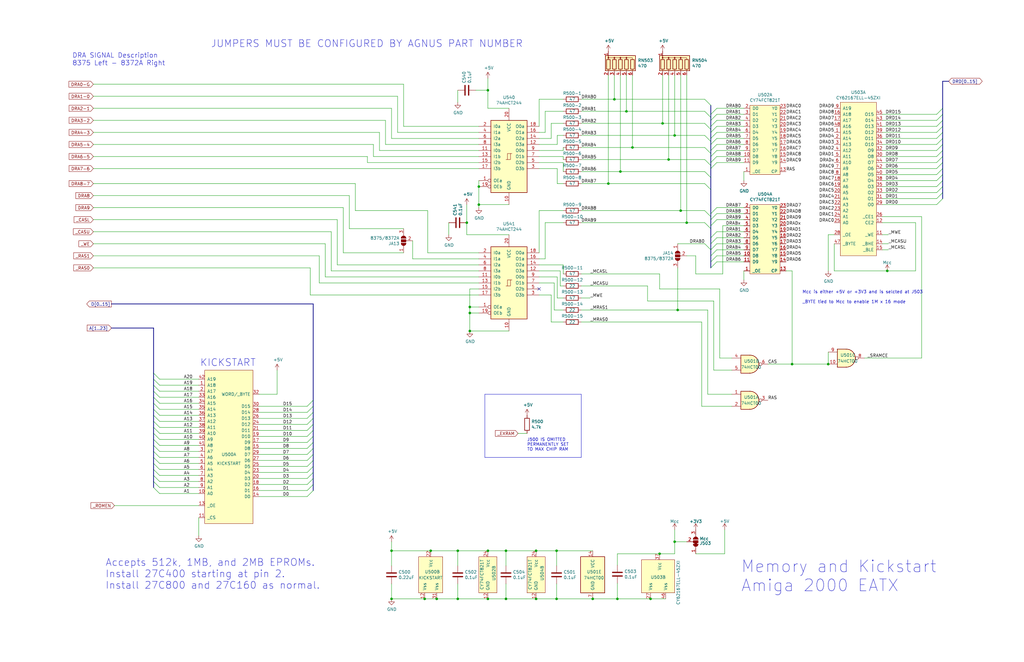
<source format=kicad_sch>
(kicad_sch (version 20231120) (generator "eeschema") (generator_version "8.0")
  (paper "B")
  (title_block (title "Amiga 2000 EATX") (date "2024-06-02") (rev "3.1"))
  (junction (at 234.696 232.41))
  (junction (at 249.936 252.73))
  (junction (at 198.12 139.7))
  (junction (at 284.48 57.15))
  (junction (at 281.94 67.31))
  (junction (at 279.4 52.07))
  (junction (at 259.08 41.91))
  (junction (at 179.07 252.73))
  (junction (at 374.142 114.3))
  (junction (at 226.06 232.41))
  (junction (at 205.74 38.1))
  (junction (at 289.56 93.98))
  (junction (at 193.04 252.73))
  (junction (at 184.15 252.73))
  (junction (at 181.61 232.41))
  (junction (at 226.06 252.73))
  (junction (at 256.54 77.47))
  (junction (at 205.74 252.73))
  (junction (at 196.85 93.98))
  (junction (at 165.1 252.73))
  (junction (at 264.16 46.99))
  (junction (at 274.32 252.73))
  (junction (at 349.25 153.67))
  (junction (at 261.62 72.39))
  (junction (at 198.12 129.54))
  (junction (at 213.36 232.41))
  (junction (at 234.696 252.73))
  (junction (at 287.02 88.9))
  (junction (at 205.74 232.41))
  (junction (at 334.01 153.67))
  (junction (at 165.1 232.41))
  (junction (at 284.48 228.6))
  (junction (at 193.04 232.41))
  (junction (at 278.13 233.68))
  (junction (at 266.7 62.23))
  (junction (at 198.12 132.08))
  (junction (at 285.75 130.81))
  (junction (at 201.93 78.74))
  (junction (at 260.35 252.73))
  (junction (at 201.93 86.36))
  (junction (at 213.36 252.73))
  (no_connect (at 227.33 121.92))
  (bus_entry (at 394.97 68.58) (size 2.54 -2.54))
  (bus_entry (at 67.31 182.88) (size -2.54 -2.54))
  (bus_entry (at 129.54 186.69) (size 2.54 -2.54))
  (bus_entry (at 67.31 190.5) (size -2.54 -2.54))
  (bus_entry (at 129.54 204.47) (size 2.54 -2.54))
  (bus_entry (at 394.97 63.5) (size 2.54 -2.54))
  (bus_entry (at 302.26 92.71) (size -2.54 2.54))
  (bus_entry (at 302.26 55.88) (size -2.54 2.54))
  (bus_entry (at 394.97 66.04) (size 2.54 -2.54))
  (bus_entry (at 67.31 175.26) (size -2.54 -2.54))
  (bus_entry (at 302.26 48.26) (size -2.54 2.54))
  (bus_entry (at 394.97 76.2) (size 2.54 -2.54))
  (bus_entry (at 302.26 107.95) (size -2.54 2.54))
  (bus_entry (at 302.26 100.33) (size -2.54 2.54))
  (bus_entry (at 129.54 199.39) (size 2.54 -2.54))
  (bus_entry (at 67.31 160.02) (size -2.54 -2.54))
  (bus_entry (at 297.18 72.39) (size 2.54 2.54))
  (bus_entry (at 129.54 196.85) (size 2.54 -2.54))
  (bus_entry (at 394.97 50.8) (size 2.54 -2.54))
  (bus_entry (at 394.97 83.82) (size 2.54 -2.54))
  (bus_entry (at 129.54 184.15) (size 2.54 -2.54))
  (bus_entry (at 297.18 46.99) (size 2.54 2.54))
  (bus_entry (at 67.31 180.34) (size -2.54 -2.54))
  (bus_entry (at 129.54 194.31) (size 2.54 -2.54))
  (bus_entry (at 297.18 62.23) (size 2.54 2.54))
  (bus_entry (at 302.26 50.8) (size -2.54 2.54))
  (bus_entry (at 67.31 177.8) (size -2.54 -2.54))
  (bus_entry (at 394.97 81.28) (size 2.54 -2.54))
  (bus_entry (at 297.18 57.15) (size 2.54 2.54))
  (bus_entry (at 67.31 193.04) (size -2.54 -2.54))
  (bus_entry (at 129.54 179.07) (size 2.54 -2.54))
  (bus_entry (at 394.97 71.12) (size 2.54 -2.54))
  (bus_entry (at 302.26 102.87) (size -2.54 2.54))
  (bus_entry (at 394.97 73.66) (size 2.54 -2.54))
  (bus_entry (at 67.31 205.74) (size -2.54 -2.54))
  (bus_entry (at 302.26 87.63) (size -2.54 2.54))
  (bus_entry (at 129.54 191.77) (size 2.54 -2.54))
  (bus_entry (at 67.31 203.2) (size -2.54 -2.54))
  (bus_entry (at 129.54 171.45) (size 2.54 -2.54))
  (bus_entry (at 302.26 90.17) (size -2.54 2.54))
  (bus_entry (at 297.18 88.9) (size 2.54 2.54))
  (bus_entry (at 297.18 52.07) (size 2.54 2.54))
  (bus_entry (at 302.26 45.72) (size -2.54 2.54))
  (bus_entry (at 129.54 189.23) (size 2.54 -2.54))
  (bus_entry (at 302.26 68.58) (size -2.54 2.54))
  (bus_entry (at 302.26 105.41) (size -2.54 2.54))
  (bus_entry (at 67.31 185.42) (size -2.54 -2.54))
  (bus_entry (at 394.97 48.26) (size 2.54 -2.54))
  (bus_entry (at 67.31 165.1) (size -2.54 -2.54))
  (bus_entry (at 129.54 176.53) (size 2.54 -2.54))
  (bus_entry (at 297.18 41.91) (size 2.54 2.54))
  (bus_entry (at 129.54 201.93) (size 2.54 -2.54))
  (bus_entry (at 67.31 200.66) (size -2.54 -2.54))
  (bus_entry (at 302.26 97.79) (size -2.54 2.54))
  (bus_entry (at 129.54 173.99) (size 2.54 -2.54))
  (bus_entry (at 394.97 55.88) (size 2.54 -2.54))
  (bus_entry (at 394.97 58.42) (size 2.54 -2.54))
  (bus_entry (at 67.31 167.64) (size -2.54 -2.54))
  (bus_entry (at 67.31 195.58) (size -2.54 -2.54))
  (bus_entry (at 67.31 170.18) (size -2.54 -2.54))
  (bus_entry (at 67.31 162.56) (size -2.54 -2.54))
  (bus_entry (at 302.26 58.42) (size -2.54 2.54))
  (bus_entry (at 67.31 208.28) (size -2.54 -2.54))
  (bus_entry (at 67.31 187.96) (size -2.54 -2.54))
  (bus_entry (at 297.18 93.98) (size 2.54 2.54))
  (bus_entry (at 67.31 198.12) (size -2.54 -2.54))
  (bus_entry (at 302.26 110.49) (size -2.54 2.54))
  (bus_entry (at 297.18 102.87) (size 2.54 2.54))
  (bus_entry (at 302.26 63.5) (size -2.54 2.54))
  (bus_entry (at 67.31 172.72) (size -2.54 -2.54))
  (bus_entry (at 129.54 209.55) (size 2.54 -2.54))
  (bus_entry (at 302.26 60.96) (size -2.54 2.54))
  (bus_entry (at 394.97 78.74) (size 2.54 -2.54))
  (bus_entry (at 394.97 60.96) (size 2.54 -2.54))
  (bus_entry (at 302.26 53.34) (size -2.54 2.54))
  (bus_entry (at 394.97 86.36) (size 2.54 -2.54))
  (bus_entry (at 129.54 207.01) (size 2.54 -2.54))
  (bus_entry (at 302.26 66.04) (size -2.54 2.54))
  (bus_entry (at 297.18 67.31) (size 2.54 2.54))
  (bus_entry (at 394.97 53.34) (size 2.54 -2.54))
  (bus_entry (at 129.54 181.61) (size 2.54 -2.54))
  (bus_entry (at 297.18 77.47) (size 2.54 2.54))
  (wire (pts (xy 313.69 90.17) (xy 302.26 90.17)))
  (bus (pts (xy 397.51 48.26) (xy 397.51 50.8)))
  (wire (pts (xy 237.49 67.31) (xy 237.49 66.04)))
  (wire (pts (xy 233.68 119.38) (xy 233.68 130.81)))
  (wire (pts (xy 144.78 106.68) (xy 144.78 87.63)))
  (wire (pts (xy 372.11 55.88) (xy 394.97 55.88)))
  (polyline (pts (xy 245.11 193.04) (xy 245.11 166.37)))
  (wire (pts (xy 279.4 52.07) (xy 297.18 52.07)))
  (wire (pts (xy 196.85 99.06) (xy 196.85 93.98)))
  (bus (pts (xy 397.51 73.66) (xy 397.51 76.2)))
  (wire (pts (xy 372.11 73.66) (xy 394.97 73.66)))
  (wire (pts (xy 313.69 72.39) (xy 313.69 76.2)))
  (wire (pts (xy 67.31 172.72) (xy 83.82 172.72)))
  (wire (pts (xy 256.54 77.47) (xy 297.18 77.47)))
  (wire (pts (xy 313.69 107.95) (xy 302.26 107.95)))
  (bus (pts (xy 132.08 199.39) (xy 132.08 201.93)))
  (wire (pts (xy 109.22 179.07) (xy 129.54 179.07)))
  (wire (pts (xy 198.12 132.08) (xy 201.93 132.08)))
  (wire (pts (xy 149.86 88.9) (xy 149.86 77.47)))
  (wire (pts (xy 67.31 187.96) (xy 83.82 187.96)))
  (wire (pts (xy 165.1 246.38) (xy 165.1 252.73)))
  (wire (pts (xy 372.11 60.96) (xy 394.97 60.96)))
  (wire (pts (xy 189.23 99.06) (xy 189.23 93.98)))
  (bus (pts (xy 299.72 48.26) (xy 299.72 49.53)))
  (wire (pts (xy 313.69 58.42) (xy 302.26 58.42)))
  (wire (pts (xy 198.12 121.92) (xy 198.12 129.54)))
  (wire (pts (xy 137.16 116.84) (xy 137.16 102.87)))
  (bus (pts (xy 64.77 138.43) (xy 46.99 138.43)))
  (wire (pts (xy 67.31 175.26) (xy 83.82 175.26)))
  (wire (pts (xy 83.82 177.8) (xy 67.31 177.8)))
  (wire (pts (xy 372.11 83.82) (xy 394.97 83.82)))
  (wire (pts (xy 245.11 120.65) (xy 273.05 120.65)))
  (wire (pts (xy 233.68 130.81) (xy 237.49 130.81)))
  (wire (pts (xy 109.22 204.47) (xy 129.54 204.47)))
  (wire (pts (xy 287.02 31.75) (xy 287.02 88.9)))
  (wire (pts (xy 245.11 135.89) (xy 295.91 135.89)))
  (wire (pts (xy 149.86 77.47) (xy 39.37 77.47)))
  (wire (pts (xy 249.936 252.73) (xy 260.35 252.73)))
  (wire (pts (xy 302.26 60.96) (xy 313.69 60.96)))
  (wire (pts (xy 349.25 99.06) (xy 349.25 114.3)))
  (polyline (pts (xy 204.47 166.37) (xy 204.47 193.04)))
  (wire (pts (xy 229.87 46.99) (xy 237.49 46.99)))
  (wire (pts (xy 213.36 232.41) (xy 205.74 232.41)))
  (wire (pts (xy 237.49 72.39) (xy 237.49 68.58)))
  (wire (pts (xy 305.562 223.52) (xy 305.562 233.68)))
  (wire (pts (xy 237.49 111.76) (xy 227.33 111.76)))
  (wire (pts (xy 67.31 185.42) (xy 83.82 185.42)))
  (wire (pts (xy 372.11 53.34) (xy 394.97 53.34)))
  (bus (pts (xy 299.72 110.49) (xy 299.72 113.03)))
  (wire (pts (xy 67.31 195.58) (xy 83.82 195.58)))
  (bus (pts (xy 299.72 102.87) (xy 299.72 105.41)))
  (bus (pts (xy 299.72 71.12) (xy 299.72 74.93)))
  (wire (pts (xy 245.11 46.99) (xy 264.16 46.99)))
  (wire (pts (xy 226.06 232.41) (xy 213.36 232.41)))
  (wire (pts (xy 201.93 119.38) (xy 134.62 119.38)))
  (wire (pts (xy 245.11 115.57) (xy 278.13 115.57)))
  (wire (pts (xy 245.11 41.91) (xy 259.08 41.91)))
  (wire (pts (xy 201.93 78.74) (xy 201.93 86.36)))
  (wire (pts (xy 157.48 66.04) (xy 157.48 60.96)))
  (bus (pts (xy 64.77 185.42) (xy 64.77 187.96)))
  (bus (pts (xy 299.72 63.5) (xy 299.72 64.77)))
  (wire (pts (xy 372.11 71.12) (xy 394.97 71.12)))
  (wire (pts (xy 284.48 228.6) (xy 284.48 233.68)))
  (wire (pts (xy 201.93 114.3) (xy 139.7 114.3)))
  (polyline (pts (xy 204.47 193.04) (xy 245.11 193.04)))
  (wire (pts (xy 130.81 113.03) (xy 39.37 113.03)))
  (wire (pts (xy 313.69 87.63) (xy 302.26 87.63)))
  (bus (pts (xy 299.72 69.85) (xy 299.72 71.12)))
  (wire (pts (xy 201.93 76.2) (xy 201.93 78.74)))
  (wire (pts (xy 162.56 60.96) (xy 201.93 60.96)))
  (bus (pts (xy 132.08 196.85) (xy 132.08 199.39)))
  (wire (pts (xy 331.47 114.3) (xy 334.01 114.3)))
  (bus (pts (xy 299.72 80.01) (xy 299.72 90.17)))
  (bus (pts (xy 64.77 157.48) (xy 64.77 160.02)))
  (wire (pts (xy 170.18 53.34) (xy 201.93 53.34)))
  (wire (pts (xy 295.91 135.89) (xy 295.91 171.45)))
  (wire (pts (xy 173.99 101.6) (xy 173.99 109.22)))
  (wire (pts (xy 261.62 72.39) (xy 297.18 72.39)))
  (wire (pts (xy 236.22 114.3) (xy 236.22 120.65)))
  (wire (pts (xy 67.31 205.74) (xy 83.82 205.74)))
  (wire (pts (xy 201.93 106.68) (xy 180.34 106.68)))
  (wire (pts (xy 273.05 127) (xy 273.05 120.65)))
  (wire (pts (xy 213.36 246.38) (xy 213.36 252.73)))
  (wire (pts (xy 234.696 232.41) (xy 249.936 232.41)))
  (wire (pts (xy 160.02 63.5) (xy 160.02 55.88)))
  (bus (pts (xy 299.72 66.04) (xy 299.72 68.58)))
  (wire (pts (xy 388.62 91.44) (xy 388.62 151.13)))
  (wire (pts (xy 289.56 107.95) (xy 293.37 107.95)))
  (wire (pts (xy 67.31 162.56) (xy 83.82 162.56)))
  (bus (pts (xy 132.08 128.27) (xy 46.99 128.27)))
  (wire (pts (xy 227.33 41.91) (xy 227.33 53.34)))
  (wire (pts (xy 372.11 48.26) (xy 394.97 48.26)))
  (wire (pts (xy 201.93 121.92) (xy 198.12 121.92)))
  (wire (pts (xy 313.69 53.34) (xy 302.26 53.34)))
  (wire (pts (xy 139.7 114.3) (xy 139.7 97.79)))
  (wire (pts (xy 149.86 88.9) (xy 180.34 88.9)))
  (bus (pts (xy 64.77 190.5) (xy 64.77 193.04)))
  (wire (pts (xy 160.02 55.88) (xy 39.37 55.88)))
  (wire (pts (xy 293.37 233.68) (xy 305.562 233.68)))
  (wire (pts (xy 259.08 31.75) (xy 259.08 41.91)))
  (wire (pts (xy 264.16 46.99) (xy 297.18 46.99)))
  (wire (pts (xy 227.33 71.12) (xy 234.95 71.12)))
  (bus (pts (xy 397.51 45.72) (xy 397.51 48.26)))
  (wire (pts (xy 284.48 57.15) (xy 297.18 57.15)))
  (wire (pts (xy 184.15 252.73) (xy 179.07 252.73)))
  (bus (pts (xy 397.51 68.58) (xy 397.51 71.12)))
  (wire (pts (xy 67.31 200.66) (xy 83.82 200.66)))
  (wire (pts (xy 205.74 45.72) (xy 214.63 45.72)))
  (wire (pts (xy 67.31 180.34) (xy 83.82 180.34)))
  (bus (pts (xy 132.08 168.91) (xy 132.08 171.45)))
  (wire (pts (xy 167.64 55.88) (xy 201.93 55.88)))
  (wire (pts (xy 313.69 92.71) (xy 302.26 92.71)))
  (wire (pts (xy 147.32 82.55) (xy 39.37 82.55)))
  (bus (pts (xy 132.08 171.45) (xy 132.08 173.99)))
  (wire (pts (xy 313.69 110.49) (xy 302.26 110.49)))
  (wire (pts (xy 134.62 107.95) (xy 39.37 107.95)))
  (wire (pts (xy 201.93 124.46) (xy 130.81 124.46)))
  (bus (pts (xy 299.72 92.71) (xy 299.72 95.25)))
  (bus (pts (xy 397.51 76.2) (xy 397.51 78.74)))
  (bus (pts (xy 64.77 160.02) (xy 64.77 162.56)))
  (bus (pts (xy 299.72 53.34) (xy 299.72 54.61)))
  (wire (pts (xy 237.49 41.91) (xy 227.33 41.91)))
  (wire (pts (xy 109.22 171.45) (xy 129.54 171.45)))
  (bus (pts (xy 132.08 184.15) (xy 132.08 186.69)))
  (wire (pts (xy 144.78 106.68) (xy 170.18 106.68)))
  (wire (pts (xy 147.32 96.52) (xy 170.18 96.52)))
  (wire (pts (xy 245.11 125.73) (xy 248.92 125.73)))
  (bus (pts (xy 132.08 176.53) (xy 132.08 179.07)))
  (wire (pts (xy 142.24 111.76) (xy 142.24 92.71)))
  (wire (pts (xy 300.99 127) (xy 273.05 127)))
  (wire (pts (xy 48.26 213.36) (xy 83.82 213.36)))
  (bus (pts (xy 397.51 50.8) (xy 397.51 53.34)))
  (bus (pts (xy 299.72 55.88) (xy 299.72 58.42)))
  (wire (pts (xy 129.54 207.01) (xy 109.22 207.01)))
  (wire (pts (xy 226.06 252.73) (xy 213.36 252.73)))
  (bus (pts (xy 64.77 162.56) (xy 64.77 165.1)))
  (polyline (pts (xy 245.11 166.37) (xy 204.47 166.37)))
  (wire (pts (xy 303.53 151.13) (xy 308.61 151.13)))
  (wire (pts (xy 372.11 86.36) (xy 394.97 86.36)))
  (wire (pts (xy 245.11 130.81) (xy 285.75 130.81)))
  (bus (pts (xy 64.77 200.66) (xy 64.77 203.2)))
  (wire (pts (xy 142.24 92.71) (xy 39.37 92.71)))
  (wire (pts (xy 227.33 124.46) (xy 232.41 124.46)))
  (wire (pts (xy 165.1 58.42) (xy 201.93 58.42)))
  (wire (pts (xy 386.08 114.3) (xy 386.08 93.98)))
  (wire (pts (xy 313.69 97.79) (xy 302.26 97.79)))
  (wire (pts (xy 372.11 78.74) (xy 394.97 78.74)))
  (wire (pts (xy 196.85 99.06) (xy 214.63 99.06)))
  (bus (pts (xy 132.08 173.99) (xy 132.08 176.53)))
  (wire (pts (xy 323.85 153.67) (xy 334.01 153.67)))
  (wire (pts (xy 165.1 58.42) (xy 165.1 45.72)))
  (wire (pts (xy 213.36 238.76) (xy 213.36 232.41)))
  (wire (pts (xy 227.33 63.5) (xy 237.49 63.5)))
  (bus (pts (xy 64.77 138.43) (xy 64.77 157.48)))
  (bus (pts (xy 397.51 63.5) (xy 397.51 66.04)))
  (wire (pts (xy 303.53 121.92) (xy 278.13 121.92)))
  (wire (pts (xy 67.31 160.02) (xy 83.82 160.02)))
  (wire (pts (xy 260.35 246.126) (xy 260.35 252.73)))
  (wire (pts (xy 281.94 67.31) (xy 297.18 67.31)))
  (wire (pts (xy 67.31 167.64) (xy 83.82 167.64)))
  (wire (pts (xy 313.69 105.41) (xy 302.26 105.41)))
  (wire (pts (xy 83.82 198.12) (xy 67.31 198.12)))
  (bus (pts (xy 397.51 34.29) (xy 400.05 34.29)))
  (wire (pts (xy 227.33 119.38) (xy 233.68 119.38)))
  (wire (pts (xy 334.01 153.67) (xy 349.25 153.67)))
  (bus (pts (xy 397.51 53.34) (xy 397.51 55.88)))
  (wire (pts (xy 109.22 201.93) (xy 129.54 201.93)))
  (wire (pts (xy 205.74 45.72) (xy 205.74 38.1)))
  (wire (pts (xy 109.22 173.99) (xy 129.54 173.99)))
  (wire (pts (xy 83.82 218.44) (xy 83.82 226.06)))
  (wire (pts (xy 298.45 130.81) (xy 298.45 166.37)))
  (wire (pts (xy 201.93 86.36) (xy 201.93 87.63)))
  (bus (pts (xy 64.77 187.96) (xy 64.77 190.5)))
  (wire (pts (xy 109.22 209.55) (xy 129.54 209.55)))
  (wire (pts (xy 237.49 52.07) (xy 232.41 52.07)))
  (wire (pts (xy 200.66 38.1) (xy 205.74 38.1)))
  (bus (pts (xy 132.08 189.23) (xy 132.08 191.77)))
  (bus (pts (xy 299.72 58.42) (xy 299.72 59.69)))
  (wire (pts (xy 193.04 38.1) (xy 193.04 43.18)))
  (wire (pts (xy 298.45 166.37) (xy 308.61 166.37)))
  (wire (pts (xy 232.41 124.46) (xy 232.41 135.89)))
  (bus (pts (xy 132.08 191.77) (xy 132.08 194.31)))
  (bus (pts (xy 64.77 203.2) (xy 64.77 205.74)))
  (wire (pts (xy 116.84 166.37) (xy 116.84 156.21)))
  (wire (pts (xy 130.81 113.03) (xy 130.81 124.46)))
  (wire (pts (xy 303.53 121.92) (xy 303.53 151.13)))
  (wire (pts (xy 205.74 232.41) (xy 193.04 232.41)))
  (wire (pts (xy 234.95 57.15) (xy 234.95 60.96)))
  (wire (pts (xy 278.13 233.68) (xy 284.48 233.68)))
  (wire (pts (xy 259.08 41.91) (xy 297.18 41.91)))
  (wire (pts (xy 109.22 184.15) (xy 129.54 184.15)))
  (wire (pts (xy 351.79 102.87) (xy 351.79 114.3)))
  (wire (pts (xy 284.48 228.6) (xy 289.56 228.6)))
  (wire (pts (xy 237.49 63.5) (xy 237.49 62.23)))
  (wire (pts (xy 234.696 246.38) (xy 234.696 252.73)))
  (bus (pts (xy 299.72 100.33) (xy 299.72 102.87)))
  (wire (pts (xy 285.75 102.87) (xy 297.18 102.87)))
  (wire (pts (xy 109.22 166.37) (xy 116.84 166.37)))
  (bus (pts (xy 64.77 177.8) (xy 64.77 180.34)))
  (wire (pts (xy 201.93 129.54) (xy 198.12 129.54)))
  (bus (pts (xy 299.72 96.52) (xy 299.72 100.33)))
  (bus (pts (xy 64.77 193.04) (xy 64.77 195.58)))
  (wire (pts (xy 193.04 232.41) (xy 181.61 232.41)))
  (wire (pts (xy 279.4 31.75) (xy 279.4 52.07)))
  (wire (pts (xy 289.56 93.98) (xy 297.18 93.98)))
  (wire (pts (xy 213.36 252.73) (xy 205.74 252.73)))
  (wire (pts (xy 165.1 238.76) (xy 165.1 232.41)))
  (wire (pts (xy 181.61 232.41) (xy 165.1 232.41)))
  (wire (pts (xy 198.12 129.54) (xy 198.12 132.08)))
  (wire (pts (xy 227.33 114.3) (xy 236.22 114.3)))
  (wire (pts (xy 386.08 93.98) (xy 372.11 93.98)))
  (wire (pts (xy 260.35 233.68) (xy 260.35 238.506)))
  (wire (pts (xy 334.01 114.3) (xy 334.01 153.67)))
  (wire (pts (xy 372.11 58.42) (xy 394.97 58.42)))
  (wire (pts (xy 281.94 31.75) (xy 281.94 67.31)))
  (wire (pts (xy 193.04 238.76) (xy 193.04 232.41)))
  (wire (pts (xy 245.11 77.47) (xy 256.54 77.47)))
  (wire (pts (xy 245.11 93.98) (xy 289.56 93.98)))
  (wire (pts (xy 167.64 55.88) (xy 167.64 40.64)))
  (wire (pts (xy 227.33 109.22) (xy 229.87 109.22)))
  (wire (pts (xy 226.06 252.73) (xy 234.696 252.73)))
  (wire (pts (xy 154.94 66.04) (xy 39.37 66.04)))
  (bus (pts (xy 299.72 49.53) (xy 299.72 50.8)))
  (wire (pts (xy 162.56 60.96) (xy 162.56 50.8)))
  (wire (pts (xy 313.69 102.87) (xy 302.26 102.87)))
  (wire (pts (xy 137.16 102.87) (xy 39.37 102.87)))
  (wire (pts (xy 313.69 66.04) (xy 302.26 66.04)))
  (wire (pts (xy 227.33 116.84) (xy 234.95 116.84)))
  (wire (pts (xy 372.11 102.87) (xy 374.65 102.87)))
  (wire (pts (xy 198.12 132.08) (xy 198.12 139.7)))
  (wire (pts (xy 170.18 35.56) (xy 39.37 35.56)))
  (wire (pts (xy 234.95 71.12) (xy 234.95 77.47)))
  (bus (pts (xy 397.51 34.29) (xy 397.51 45.72)))
  (bus (pts (xy 397.51 58.42) (xy 397.51 60.96)))
  (bus (pts (xy 64.77 167.64) (xy 64.77 170.18)))
  (wire (pts (xy 162.56 50.8) (xy 39.37 50.8)))
  (wire (pts (xy 129.54 189.23) (xy 109.22 189.23)))
  (bus (pts (xy 132.08 186.69) (xy 132.08 189.23)))
  (bus (pts (xy 64.77 165.1) (xy 64.77 167.64)))
  (bus (pts (xy 397.51 78.74) (xy 397.51 81.28)))
  (wire (pts (xy 304.8 115.57) (xy 304.8 95.25)))
  (wire (pts (xy 351.79 99.06) (xy 349.25 99.06)))
  (wire (pts (xy 237.49 66.04) (xy 227.33 66.04)))
  (wire (pts (xy 293.37 115.57) (xy 304.8 115.57)))
  (bus (pts (xy 299.72 54.61) (xy 299.72 55.88)))
  (bus (pts (xy 299.72 68.58) (xy 299.72 69.85)))
  (wire (pts (xy 260.35 252.73) (xy 274.32 252.73)))
  (bus (pts (xy 64.77 170.18) (xy 64.77 172.72)))
  (wire (pts (xy 154.94 68.58) (xy 154.94 66.04)))
  (wire (pts (xy 372.11 99.06) (xy 374.65 99.06)))
  (wire (pts (xy 167.64 40.64) (xy 39.37 40.64)))
  (bus (pts (xy 299.72 91.44) (xy 299.72 92.71)))
  (wire (pts (xy 109.22 176.53) (xy 129.54 176.53)))
  (wire (pts (xy 232.41 58.42) (xy 227.33 58.42)))
  (bus (pts (xy 132.08 179.07) (xy 132.08 181.61)))
  (wire (pts (xy 201.93 116.84) (xy 137.16 116.84)))
  (wire (pts (xy 313.69 48.26) (xy 302.26 48.26)))
  (wire (pts (xy 372.11 66.04) (xy 394.97 66.04)))
  (wire (pts (xy 180.34 106.68) (xy 180.34 88.9)))
  (wire (pts (xy 236.22 120.65) (xy 237.49 120.65)))
  (wire (pts (xy 237.49 68.58) (xy 227.33 68.58)))
  (wire (pts (xy 364.49 151.13) (xy 388.62 151.13)))
  (wire (pts (xy 295.91 171.45) (xy 308.61 171.45)))
  (bus (pts (xy 132.08 194.31) (xy 132.08 196.85)))
  (bus (pts (xy 299.72 60.96) (xy 299.72 63.5)))
  (wire (pts (xy 232.41 52.07) (xy 232.41 58.42)))
  (wire (pts (xy 351.79 114.3) (xy 374.142 114.3)))
  (wire (pts (xy 278.13 121.92) (xy 278.13 115.57)))
  (bus (pts (xy 132.08 204.47) (xy 132.08 207.01)))
  (wire (pts (xy 139.7 97.79) (xy 39.37 97.79)))
  (wire (pts (xy 234.95 116.84) (xy 234.95 125.73)))
  (bus (pts (xy 132.08 128.27) (xy 132.08 168.91)))
  (wire (pts (xy 372.11 68.58) (xy 394.97 68.58)))
  (wire (pts (xy 372.11 50.8) (xy 394.97 50.8)))
  (wire (pts (xy 234.95 77.47) (xy 237.49 77.47)))
  (wire (pts (xy 302.26 55.88) (xy 313.69 55.88)))
  (bus (pts (xy 299.72 95.25) (xy 299.72 96.52)))
  (wire (pts (xy 67.31 165.1) (xy 83.82 165.1)))
  (wire (pts (xy 245.11 52.07) (xy 279.4 52.07)))
  (wire (pts (xy 266.7 31.75) (xy 266.7 62.23)))
  (bus (pts (xy 64.77 195.58) (xy 64.77 198.12)))
  (wire (pts (xy 237.49 57.15) (xy 234.95 57.15)))
  (bus (pts (xy 397.51 60.96) (xy 397.51 63.5)))
  (wire (pts (xy 245.11 57.15) (xy 284.48 57.15)))
  (wire (pts (xy 234.95 125.73) (xy 237.49 125.73)))
  (wire (pts (xy 227.33 88.9) (xy 227.33 106.68)))
  (bus (pts (xy 64.77 172.72) (xy 64.77 175.26)))
  (wire (pts (xy 372.11 105.41) (xy 374.65 105.41)))
  (wire (pts (xy 193.04 252.73) (xy 184.15 252.73)))
  (wire (pts (xy 67.31 190.5) (xy 83.82 190.5)))
  (wire (pts (xy 302.26 68.58) (xy 313.69 68.58)))
  (wire (pts (xy 134.62 119.38) (xy 134.62 107.95)))
  (wire (pts (xy 109.22 194.31) (xy 129.54 194.31)))
  (wire (pts (xy 229.87 93.98) (xy 237.49 93.98)))
  (wire (pts (xy 245.11 88.9) (xy 287.02 88.9)))
  (wire (pts (xy 256.54 31.75) (xy 256.54 77.47)))
  (wire (pts (xy 39.37 71.12) (xy 201.93 71.12)))
  (bus (pts (xy 397.51 81.28) (xy 397.51 83.82)))
  (wire (pts (xy 179.07 252.73) (xy 165.1 252.73)))
  (wire (pts (xy 261.62 31.75) (xy 261.62 72.39)))
  (bus (pts (xy 132.08 181.61) (xy 132.08 184.15)))
  (wire (pts (xy 227.33 55.88) (xy 229.87 55.88)))
  (wire (pts (xy 193.04 246.38) (xy 193.04 252.73)))
  (wire (pts (xy 154.94 68.58) (xy 201.93 68.58)))
  (bus (pts (xy 64.77 180.34) (xy 64.77 182.88)))
  (wire (pts (xy 266.7 62.23) (xy 297.18 62.23)))
  (wire (pts (xy 160.02 63.5) (xy 201.93 63.5)))
  (wire (pts (xy 67.31 170.18) (xy 83.82 170.18)))
  (bus (pts (xy 397.51 55.88) (xy 397.51 58.42)))
  (bus (pts (xy 64.77 175.26) (xy 64.77 177.8)))
  (bus (pts (xy 299.72 90.17) (xy 299.72 91.44)))
  (wire (pts (xy 234.696 232.41) (xy 234.696 238.76)))
  (wire (pts (xy 372.11 81.28) (xy 394.97 81.28)))
  (wire (pts (xy 205.74 252.73) (xy 193.04 252.73)))
  (wire (pts (xy 313.69 95.25) (xy 304.8 95.25)))
  (wire (pts (xy 285.75 130.81) (xy 298.45 130.81)))
  (wire (pts (xy 157.48 66.04) (xy 201.93 66.04)))
  (wire (pts (xy 245.11 62.23) (xy 266.7 62.23)))
  (bus (pts (xy 299.72 105.41) (xy 299.72 107.95)))
  (wire (pts (xy 201.93 111.76) (xy 142.24 111.76)))
  (wire (pts (xy 201.93 109.22) (xy 173.99 109.22)))
  (wire (pts (xy 232.41 135.89) (xy 237.49 135.89)))
  (wire (pts (xy 300.99 156.21) (xy 308.61 156.21)))
  (bus (pts (xy 299.72 50.8) (xy 299.72 53.34)))
  (wire (pts (xy 302.26 63.5) (xy 313.69 63.5)))
  (wire (pts (xy 109.22 186.69) (xy 129.54 186.69)))
  (wire (pts (xy 237.49 115.57) (xy 237.49 111.76)))
  (bus (pts (xy 299.72 107.95) (xy 299.72 110.49)))
  (wire (pts (xy 83.82 182.88) (xy 67.31 182.88)))
  (bus (pts (xy 64.77 198.12) (xy 64.77 200.66)))
  (wire (pts (xy 196.85 93.98) (xy 196.85 86.36)))
  (wire (pts (xy 67.31 208.28) (xy 83.82 208.28)))
  (bus (pts (xy 299.72 74.93) (xy 299.72 80.01)))
  (wire (pts (xy 147.32 96.52) (xy 147.32 82.55)))
  (wire (pts (xy 214.63 86.36) (xy 201.93 86.36)))
  (wire (pts (xy 234.95 60.96) (xy 227.33 60.96)))
  (wire (pts (xy 170.18 53.34) (xy 170.18 35.56)))
  (wire (pts (xy 83.82 193.04) (xy 67.31 193.04)))
  (bus (pts (xy 397.51 66.04) (xy 397.51 68.58)))
  (wire (pts (xy 129.54 191.77) (xy 109.22 191.77)))
  (wire (pts (xy 274.32 252.73) (xy 280.67 252.73)))
  (wire (pts (xy 245.11 72.39) (xy 261.62 72.39)))
  (wire (pts (xy 129.54 196.85) (xy 109.22 196.85)))
  (wire (pts (xy 165.1 228.6) (xy 165.1 232.41)))
  (wire (pts (xy 157.48 60.96) (xy 39.37 60.96)))
  (wire (pts (xy 144.78 87.63) (xy 39.37 87.63)))
  (wire (pts (xy 205.74 38.1) (xy 205.74 33.02)))
  (bus (pts (xy 299.72 59.69) (xy 299.72 60.96)))
  (wire (pts (xy 83.82 203.2) (xy 67.31 203.2)))
  (wire (pts (xy 229.87 109.22) (xy 229.87 93.98)))
  (wire (pts (xy 287.02 88.9) (xy 297.18 88.9)))
  (wire (pts (xy 372.11 63.5) (xy 394.97 63.5)))
  (wire (pts (xy 229.87 55.88) (xy 229.87 46.99)))
  (wire (pts (xy 109.22 199.39) (xy 129.54 199.39)))
  (bus (pts (xy 397.51 71.12) (xy 397.51 73.66)))
  (wire (pts (xy 313.69 100.33) (xy 302.26 100.33)))
  (wire (pts (xy 302.26 50.8) (xy 313.69 50.8)))
  (wire (pts (xy 226.06 232.41) (xy 234.696 232.41)))
  (wire (pts (xy 278.13 233.68) (xy 260.35 233.68)))
  (bus (pts (xy 299.72 44.45) (xy 299.72 48.26)))
  (wire (pts (xy 289.56 31.75) (xy 289.56 93.98)))
  (bus (pts (xy 132.08 201.93) (xy 132.08 204.47)))
  (wire (pts (xy 300.99 127) (xy 300.99 156.21)))
  (wire (pts (xy 284.48 223.52) (xy 284.48 228.6)))
  (wire (pts (xy 313.69 114.3) (xy 313.69 118.11)))
  (wire (pts (xy 264.16 31.75) (xy 264.16 46.99)))
  (wire (pts (xy 245.11 67.31) (xy 281.94 67.31)))
  (wire (pts (xy 165.1 45.72) (xy 39.37 45.72)))
  (wire (pts (xy 234.696 252.73) (xy 249.936 252.73)))
  (wire (pts (xy 109.22 181.61) (xy 129.54 181.61)))
  (wire (pts (xy 198.12 139.7) (xy 214.63 139.7)))
  (wire (pts (xy 313.69 45.72) (xy 302.26 45.72)))
  (wire (pts (xy 284.48 31.75) (xy 284.48 57.15)))
  (wire (pts (xy 388.62 91.44) (xy 372.11 91.44)))
  (wire (pts (xy 372.11 76.2) (xy 394.97 76.2)))
  (wire (pts (xy 237.49 88.9) (xy 227.33 88.9)))
  (bus (pts (xy 299.72 64.77) (xy 299.72 66.04)))
  (wire (pts (xy 374.142 114.3) (xy 386.08 114.3)))
  (wire (pts (xy 222.25 182.88) (xy 218.44 182.88)))
  (wire (pts (xy 285.75 113.03) (xy 285.75 130.81)))
  (wire (pts (xy 293.37 107.95) (xy 293.37 115.57)))
  (wire (pts (xy 349.25 148.59) (xy 349.25 153.67)))
  (bus (pts (xy 64.77 182.88) (xy 64.77 185.42)))
  (text "JUMPERS MUST BE CONFIGURED BY AGNUS PART NUMBER" (at 88.9 20.32 0) (effects (font (size 2.9972 2.9972)) (justify left bottom)))
  (text "Mcc is either +5V or +3V3 and is selcted at J503\n\n_BYTE tied to Mcc to enable 1M x 16 mode" (at 338.328 128.27 0) (effects (font (size 1.2954 1.2954)) (justify left bottom)))
  (text "Memory and Kickstart\nAmiga 2000 EATX" (at 312.42 250.19 0) (effects (font (size 5.0038 5.0038)) (justify left bottom)))
  (text "J500 IS OMITTED\nPERMANENTLY SET \nTO MAX CHIP RAM" (at 222.25 190.5 0) (effects (font (size 1.27 1.27)) (justify left bottom)))
  (text "Accepts 512k, 1MB, and 2MB EPROMs.\nInstall 27C400 starting at pin 2.\nInstall 27C800 and 27C160 as normal." (at 44.45 248.92 0) (effects (font (size 2.9972 2.9972)) (justify left bottom)))
  (text "KICKSTART" (at 107.95 154.94 0) (effects (font (size 2.9972 2.9972)) (justify right bottom)))
  (text "DRA SIGNAL Description\n8375 Left - 8372A Right" (at 30.48 27.94 0) (effects (font (size 2.0066 2.0066)) (justify left bottom)))
  (label "DRAB0" (at 306.07 45.72 0) (effects (font (size 1.2954 1.2954))))
  (label "DRABx" (at 306.07 95.25 0) (effects (font (size 1.2954 1.2954))))
  (label "DRAD5" (at 351.79 55.88 180) (effects (font (size 1.2954 1.2954))))
  (label "DRD15" (at 373.38 48.26 0) (effects (font (size 1.2954 1.2954))))
  (label "A14" (at 77.47 175.26 0) (effects (font (size 1.2954 1.2954))))
  (label "DRAB8" (at 306.07 66.04 0) (effects (font (size 1.2954 1.2954))))
  (label "DRAB5" (at 306.07 58.42 0) (effects (font (size 1.2954 1.2954))))
  (label "_MCASL" (at 374.65 105.41 0) (effects (font (size 1.2954 1.2954))))
  (label "DRAC0" (at 331.47 45.72 0) (effects (font (size 1.2954 1.2954))))
  (label "DRAB8" (at 306.07 90.17 0) (effects (font (size 1.2954 1.2954))))
  (label "DRAC3" (at 331.47 53.34 0) (effects (font (size 1.2954 1.2954))))
  (label "_MCASU" (at 248.92 120.65 0) (effects (font (size 1.2954 1.2954))))
  (label "DRAD7" (at 331.47 87.63 0) (effects (font (size 1.2954 1.2954))))
  (label "DRAC6" (at 351.79 78.74 180) (effects (font (size 1.2954 1.2954))))
  (label "_MCASU" (at 374.65 102.87 0) (effects (font (size 1.2954 1.2954))))
  (label "A7" (at 77.47 193.04 0) (effects (font (size 1.2954 1.2954))))
  (label "DRAB3" (at 245.11 57.15 0) (effects (font (size 1.2954 1.2954))))
  (label "DRAC8" (at 331.47 66.04 0) (effects (font (size 1.2954 1.2954))))
  (label "DRD2" (at 373.38 81.28 0) (effects (font (size 1.2954 1.2954))))
  (label "A3" (at 77.47 203.2 0) (effects (font (size 1.2954 1.2954))))
  (label "DRAC9" (at 331.47 68.58 0) (effects (font (size 1.2954 1.2954))))
  (label "A5" (at 77.47 198.12 0) (effects (font (size 1.2954 1.2954))))
  (label "DRAB7" (at 306.07 87.63 0) (effects (font (size 1.2954 1.2954))))
  (label "D8" (at 121.92 189.23 180))
  (label "DRAB2" (at 306.07 100.33 0) (effects (font (size 1.2954 1.2954))))
  (label "DRD8" (at 373.38 66.04 0) (effects (font (size 1.2954 1.2954))))
  (label "DRD3" (at 373.38 78.74 0) (effects (font (size 1.2954 1.2954))))
  (label "DRAC7" (at 331.47 63.5 0) (effects (font (size 1.2954 1.2954))))
  (label "DRAB9" (at 306.07 92.71 0) (effects (font (size 1.2954 1.2954))))
  (label "D4" (at 121.92 199.39 180))
  (label "DRAD3" (at 351.79 60.96 180) (effects (font (size 1.2954 1.2954))))
  (label "DRAC1" (at 331.47 48.26 0) (effects (font (size 1.2954 1.2954))))
  (label "D2" (at 121.92 204.47 180))
  (label "DRAC5" (at 331.47 58.42 0) (effects (font (size 1.2954 1.2954))))
  (label "DRAC2" (at 351.79 88.9 180) (effects (font (size 1.2954 1.2954))))
  (label "DRAB2" (at 306.07 50.8 0) (effects (font (size 1.2954 1.2954))))
  (label "D10" (at 123.19 184.15 180))
  (label "DRD5" (at 373.38 73.66 0) (effects (font (size 1.2954 1.2954))))
  (label "D13" (at 123.19 176.53 180))
  (label "DRAB9" (at 245.11 93.98 0) (effects (font (size 1.2954 1.2954))))
  (label "D9" (at 121.92 186.69 180))
  (label "DRAB7" (at 245.11 77.47 0) (effects (font (size 1.2954 1.2954))))
  (label "A2" (at 77.47 205.74 0) (effects (font (size 1.2954 1.2954))))
  (label "DRD10" (at 373.38 60.96 0) (effects (font (size 1.2954 1.2954))))
  (label "_MRAS1" (at 248.92 130.81 0) (effects (font (size 1.2954 1.2954))))
  (label "A19" (at 77.47 162.56 0) (effects (font (size 1.2954 1.2954))))
  (label "DRD11" (at 373.38 58.42 0) (effects (font (size 1.2954 1.2954))))
  (label "_MWE" (at 248.92 125.73 0) (effects (font (size 1.2954 1.2954))))
  (label "DRAB1" (at 306.07 97.79 0) (effects (font (size 1.2954 1.2954))))
  (label "DRAC8" (at 351.79 73.66 180) (effects (font (size 1.2954 1.2954))))
  (label "DRD7" (at 373.38 68.58 0) (effects (font (size 1.2954 1.2954))))
  (label "DRD4" (at 373.38 76.2 0) (effects (font (size 1.2954 1.2954))))
  (label "DRADx" (at 331.47 95.25 0) (effects (font (size 1.2954 1.2954))))
  (label "DRAB3" (at 306.07 102.87 0) (effects (font (size 1.2954 1.2954))))
  (label "D7" (at 121.92 191.77 180))
  (label "_MRAS0" (at 248.92 135.89 0) (effects (font (size 1.2954 1.2954))))
  (label "DRAD2" (at 331.47 100.33 0) (effects (font (size 1.2954 1.2954))))
  (label "A17" (at 77.47 167.64 0) (effects (font (size 1.2954 1.2954))))
  (label "D12" (at 123.19 179.07 180))
  (label "DRAD7" (at 351.79 50.8 180) (effects (font (size 1.2954 1.2954))))
  (label "DRD0" (at 373.38 86.36 0) (effects (font (size 1.2954 1.2954))))
  (label "DRAB4" (at 245.11 62.23 0) (effects (font (size 1.2954 1.2954))))
  (label "DRAC3" (at 351.79 86.36 180) (effects (font (size 1.2954 1.2954))))
  (label "DRAD3" (at 331.47 102.87 0) (effects (font (size 1.2954 1.2954))))
  (label "DRAD6" (at 351.79 53.34 180) (effects (font (size 1.2954 1.2954))))
  (label "DRD13" (at 373.38 53.34 0) (effects (font (size 1.2954 1.2954))))
  (label "DRD12" (at 373.38 55.88 0) (effects (font (size 1.2954 1.2954))))
  (label "DRAB4" (at 306.07 105.41 0) (effects (font (size 1.2954 1.2954))))
  (label "_MWE" (at 374.65 99.06 0) (effects (font (size 1.2954 1.2954))))
  (label "D6" (at 121.92 194.31 180))
  (label "RAS" (at 331.47 72.39 0) (effects (font (size 1.2954 1.2954))))
  (label "DRAB6" (at 306.07 60.96 0) (effects (font (size 1.2954 1.2954))))
  (label "DRAD9" (at 331.47 92.71 0) (effects (font (size 1.2954 1.2954))))
  (label "A12" (at 77.47 180.34 0) (effects (font (size 1.2954 1.2954))))
  (label "DRAD9" (at 351.79 45.72 180) (effects (font (size 1.2954 1.2954))))
  (label "DRAB6" (at 306.07 110.49 0) (effects (font (size 1.2954 1.2954))))
  (label "DRAD8" (at 351.79 48.26 180) (effects (font (size 1.2954 1.2954))))
  (label "RAS" (at 323.85 168.91 0) (effects (font (size 1.2954 1.2954))))
  (label "_SRAMCE" (at 365.76 151.13 0) (effects (font (size 1.2954 1.2954))))
  (label "_MCASL" (at 248.92 115.57 0) (effects (font (size 1.2954 1.2954))))
  (label "DRAD1" (at 331.47 97.79 0) (effects (font (size 1.2954 1.2954))))
  (label "DRD14" (at 373.38 50.8 0) (effects (font (size 1.2954 1.2954))))
  (label "A15" (at 77.47 172.72 0) (effects (font (size 1.2954 1.2954))))
  (label "DRAB6" (at 245.11 72.39 0) (effects (font (size 1.2954 1.2954))))
  (label "DRAD5" (at 331.47 107.95 0) (effects (font (size 1.2954 1.2954))))
  (label "DRAD8" (at 331.47 90.17 0) (effects (font (size 1.2954 1.2954))))
  (label "DRAC0" (at 351.79 93.98 180) (effects (font (size 1.2954 1.2954))))
  (label "DRADx" (at 351.79 68.58 180) (effects (font (size 1.2954 1.2954))))
  (label "DRAB1" (at 306.07 48.26 0) (effects (font (size 1.2954 1.2954))))
  (label "D1" (at 121.92 207.01 180))
  (label "DRAB8" (at 245.11 88.9 0) (effects (font (size 1.2954 1.2954))))
  (label "D0" (at 121.92 209.55 180))
  (label "A13" (at 77.47 177.8 0) (effects (font (size 1.2954 1.2954))))
  (label "DRD9" (at 373.38 63.5 0) (effects (font (size 1.2954 1.2954))))
  (label "D11" (at 123.19 181.61 180))
  (label "A1" (at 77.47 208.28 0) (effects (font (size 1.2954 1.2954))))
  (label "A18" (at 77.47 165.1 0) (effects (font (size 1.2954 1.2954))))
  (label "D5" (at 121.92 196.85 180))
  (label "DRAB2" (at 245.11 52.07 0) (effects (font (size 1.2954 1.2954))))
  (label "DRAB3" (at 306.07 53.34 0) (effects (font (size 1.2954 1.2954))))
  (label "D3" (at 121.92 201.93 180))
  (label "DRAB1" (at 245.11 46.99 0) (effects (font (size 1.2954 1.2954))))
  (label "DRAB5" (at 245.11 67.31 0) (effects (font (size 1.2954 1.2954))))
  (label "A6" (at 77.47 195.58 0) (effects (font (size 1.2954 1.2954))))
  (label "D14" (at 123.19 173.99 180))
  (label "DRD6" (at 373.38 71.12 0) (effects (font (size 1.2954 1.2954))))
  (label "DRAD4" (at 331.47 105.41 0) (effects (font (size 1.2954 1.2954))))
  (label "DRAB4" (at 306.07 55.88 0) (effects (font (size 1.2954 1.2954))))
  (label "DRAD2" (at 351.79 63.5 180) (effects (font (size 1.2954 1.2954))))
  (label "DRAC1" (at 351.79 91.44 180) (effects (font (size 1.2954 1.2954))))
  (label "DRAC2" (at 331.47 50.8 0) (effects (font (size 1.2954 1.2954))))
  (label "DRAD6" (at 331.47 110.49 0) (effects (font (size 1.2954 1.2954))))
  (label "DRAC9" (at 351.79 71.12 180) (effects (font (size 1.2954 1.2954))))
  (label "DRAB9" (at 306.07 68.58 0) (effects (font (size 1.2954 1.2954))))
  (label "A8" (at 77.47 190.5 0) (effects (font (size 1.2954 1.2954))))
  (label "A16" (at 77.47 170.18 0) (effects (font (size 1.2954 1.2954))))
  (label "DRAC4" (at 351.79 83.82 180) (effects (font (size 1.2954 1.2954))))
  (label "CAS" (at 323.85 153.67 0) (effects (font (size 1.2954 1.2954))))
  (label "DRAC7" (at 351.79 76.2 180) (effects (font (size 1.2954 1.2954))))
  (label "A20" (at 77.47 160.02 0) (effects (font (size 1.2954 1.2954))))
  (label "DRD1" (at 373.38 83.82 0) (effects (font (size 1.2954 1.2954))))
  (label "DRAC6" (at 331.47 60.96 0) (effects (font (size 1.2954 1.2954))))
  (label "DRAB7" (at 306.07 63.5 0) (effects (font (size 1.2954 1.2954))))
  (label "A11" (at 77.47 182.88 0) (effects (font (size 1.2954 1.2954))))
  (label "DRAD4" (at 351.79 58.42 180) (effects (font (size 1.2954 1.2954))))
  (label "DRAC5" (at 351.79 81.28 180) (effects (font (size 1.2954 1.2954))))
  (label "DRAB0" (at 245.11 41.91 0) (effects (font (size 1.2954 1.2954))))
  (label "DRAB0" (at 297.18 102.87 180) (effects (font (size 1.2954 1.2954))))
  (label "DRAB5" (at 306.07 107.95 0) (effects (font (size 1.2954 1.2954))))
  (label "A10" (at 77.47 185.42 0) (effects (font (size 1.2954 1.2954))))
  (label "DRAD1" (at 351.79 66.04 180) (effects (font (size 1.2954 1.2954))))
  (label "A4" (at 77.47 200.66 0) (effects (font (size 1.2954 1.2954))))
  (label "DRAC4" (at 331.47 55.88 0) (effects (font (size 1.2954 1.2954))))
  (label "A9" (at 77.47 187.96 0) (effects (font (size 1.2954 1.2954))))
  (label "D15" (at 123.19 171.45 180))
  (global_label "DRA4-3" (shape input) (at 39.37 55.88 180) (effects (font (size 1.2954 1.2954))) (property "Intersheetrefs" "${INTERSHEET_REFS}" (at 29.2204 55.88 0) (effects (justify right))))
  (global_label "DRA9" (shape input) (at 39.37 87.63 180) (effects (font (size 1.2954 1.2954))) (property "Intersheetrefs" "${INTERSHEET_REFS}" (at 32.0579 87.63 0) (effects (justify right))))
  (global_label "DRA3-2" (shape input) (at 39.37 50.8 180) (effects (font (size 1.2954 1.2954))) (property "Intersheetrefs" "${INTERSHEET_REFS}" (at 29.2204 50.8 0) (effects (justify right))))
  (global_label "DRA0-G" (shape input) (at 39.37 35.56 180) (effects (font (size 1.2954 1.2954))) (property "Intersheetrefs" "${INTERSHEET_REFS}" (at 29.1587 35.56 0) (effects (justify right))))
  (global_label "DRA6-5" (shape input) (at 39.37 66.04 180) (effects (font (size 1.2954 1.2954))) (property "Intersheetrefs" "${INTERSHEET_REFS}" (at 29.2204 66.04 0) (effects (justify right))))
  (global_label "_CASL" (shape input) (at 39.37 92.71 180) (effects (font (size 1.2954 1.2954))) (property "Intersheetrefs" "${INTERSHEET_REFS}" (at 31.3176 92.71 0) (effects (justify right))))
  (global_label "A[1..23]" (shape input) (at 46.99 138.43 180) (effects (font (size 1.2954 1.2954))) (property "Intersheetrefs" "${INTERSHEET_REFS}" (at 36.8403 138.43 0) (effects (justify right))))
  (global_label "_WE" (shape input) (at 39.37 102.87 180) (effects (font (size 1.2954 1.2954))) (property "Intersheetrefs" "${INTERSHEET_REFS}" (at 33.3532 102.87 0) (effects (justify right))))
  (global_label "_ROMEN" (shape input) (at 48.26 213.36 180) (property "Intersheetrefs" "${INTERSHEET_REFS}" (at 38.43 213.36 0) (effects (justify right))))
  (global_label "_RAS0" (shape input) (at 39.37 113.03 180) (effects (font (size 1.2954 1.2954))) (property "Intersheetrefs" "${INTERSHEET_REFS}" (at 31.1326 113.03 0) (effects (justify right))))
  (global_label "_RAS1" (shape input) (at 39.37 107.95 180) (effects (font (size 1.2954 1.2954))) (property "Intersheetrefs" "${INTERSHEET_REFS}" (at 31.1326 107.95 0) (effects (justify right))))
  (global_label "_CASU" (shape input) (at 39.37 97.79 180) (effects (font (size 1.2954 1.2954))) (property "Intersheetrefs" "${INTERSHEET_REFS}" (at 31.0092 97.79 0) (effects (justify right))))
  (global_label "DRD[0..15]" (shape bidirectional) (at 400.05 34.29 0) (effects (font (size 1.2954 1.2954))) (property "Intersheetrefs" "${INTERSHEET_REFS}" (at 404.622 37.084 0) (effects (justify left))))
  (global_label "DRA5-4" (shape input) (at 39.37 60.96 180) (effects (font (size 1.2954 1.2954))) (property "Intersheetrefs" "${INTERSHEET_REFS}" (at 29.2204 60.96 0) (effects (justify right))))
  (global_label "_EXRAM" (shape input) (at 218.44 182.88 180) (property "Intersheetrefs" "${INTERSHEET_REFS}" (at 208.9729 182.88 0) (effects (justify right))))
  (global_label "DRA8" (shape input) (at 39.37 82.55 180) (effects (font (size 1.2954 1.2954))) (property "Intersheetrefs" "${INTERSHEET_REFS}" (at 32.0579 82.55 0) (effects (justify right))))
  (global_label "DRA1-0" (shape input) (at 39.37 40.64 180) (effects (font (size 1.2954 1.2954))) (property "Intersheetrefs" "${INTERSHEET_REFS}" (at 29.2204 40.64 0) (effects (justify right))))
  (global_label "DRA2-1" (shape input) (at 39.37 45.72 180) (effects (font (size 1.2954 1.2954))) (property "Intersheetrefs" "${INTERSHEET_REFS}" (at 29.2204 45.72 0) (effects (justify right))))
  (global_label "DRA7-6" (shape input) (at 39.37 71.12 180) (effects (font (size 1.2954 1.2954))) (property "Intersheetrefs" "${INTERSHEET_REFS}" (at 29.2204 71.12 0) (effects (justify right))))
  (global_label "DRA8-7" (shape input) (at 39.37 77.47 180) (effects (font (size 1.2954 1.2954))) (property "Intersheetrefs" "${INTERSHEET_REFS}" (at 29.2204 77.47 0) (effects (justify right))))
  (global_label "D[0..15]" (shape output) (at 46.99 128.27 180) (effects (font (size 1.2954 1.2954))) (property "Intersheetrefs" "${INTERSHEET_REFS}" (at 36.6552 128.27 0) (effects (justify right))))
  (symbol (lib_id "Amiga-Library:CY62167") (at 278.13 243.84 0) (unit 2)
    (property "Reference" "U503" (at 274.32 243.586 0) (effects (justify left)))
    (property "Value" "CY62167ELL-45ZXI" (at 286.004 255.27 90) (effects (justify left)))
    (property "Footprint" "Package_SO:TSOP-I-48_18.4x12mm_P0.5mm" (effects (hide yes)))
  )
  (symbol (lib_id "Device:C") (at 260.35 242.316 0) (unit 1)
    (property "Reference" "C503" (at 263.271 241.1476 0) (effects (justify left)))
    (property "Value" "0.1uF" (at 263.271 243.459 0) (effects (justify left)))
    (property "Footprint" "Capacitor_SMD:C_1206_3216Metric" (effects (hide yes)))
  )
  (symbol (lib_id "power:GND") (at 83.82 226.06 0) (unit 1)
    (property "Reference" "#PWR0344" (effects (hide yes)))
    (property "Value" "GND" (at 83.947 230.4542 0))
  )
  (symbol (lib_id "74xx:74LS00") (at 249.936 242.57 0) (unit 5)
    (property "Reference" "U501" (at 247.396 241.3 0) (effects (justify left)))
    (property "Value" "74HCT00" (at 246.126 243.84 0) (effects (justify left)))
    (property "Footprint" "Package_SO:SOIC-14_3.9x8.7mm_P1.27mm" (effects (hide yes)))
    (property "Datasheet" "http://www.ti.com/lit/gpn/sn74ls00" (effects (hide yes)))
  )
  (symbol (lib_id "power:+5V") (at 116.84 156.21 0) (unit 1)
    (property "Reference" "#PWR0346" (effects (hide yes)))
    (property "Value" "+5V" (at 117.221 151.8158 0))
  )
  (symbol (lib_id "Device:C") (at 165.1 242.57 0) (unit 1)
    (property "Reference" "C500" (at 168.021 241.4016 0) (effects (justify left)))
    (property "Value" "0.22uF" (at 168.021 243.713 0) (effects (justify left)))
    (property "Footprint" "Capacitor_SMD:C_1206_3216Metric" (effects (hide yes)))
  )
  (symbol (lib_id "power:GND") (at 165.1 252.73 0) (unit 1)
    (property "Reference" "#PWR0347" (effects (hide yes)))
    (property "Value" "GND" (at 165.227 257.1242 0))
  )
  (symbol (lib_id "power:+5V") (at 165.1 228.6 0) (unit 1)
    (property "Reference" "#PWR0348" (effects (hide yes)))
    (property "Value" "+5V" (at 165.481 224.2058 0))
  )
  (symbol (lib_id "Device:R") (at 222.25 179.07 0) (unit 1)
    (property "Reference" "R500" (at 224.028 177.9016 0) (effects (justify left)))
    (property "Value" "4.7k" (at 224.028 180.213 0) (effects (justify left)))
    (property "Footprint" "Resistor_SMD:R_1206_3216Metric" (effects (hide yes)))
  )
  (symbol (lib_id "power:+5V") (at 222.25 175.26 0) (unit 1)
    (property "Reference" "#PWR0350" (effects (hide yes)))
    (property "Value" "+5V" (at 222.631 170.8658 0))
  )
  (symbol (lib_id "Device:C") (at 234.696 242.57 0) (unit 1)
    (property "Reference" "C501" (at 237.617 241.4016 0) (effects (justify left)))
    (property "Value" "0.1uF" (at 237.617 243.713 0) (effects (justify left)))
    (property "Footprint" "Capacitor_SMD:C_1206_3216Metric" (effects (hide yes)))
  )
  (symbol (lib_id "Amiga-Library:Kickstart") (at 96.52 191.77 0) (unit 1)
    (property "Reference" "U500" (at 96.52 191.77 0))
    (property "Value" "KICKSTART" (at 96.52 195.58 0))
    (property "Footprint" "Package_DIP:DIP-42_W15.24mm" (effects (hide yes)))
  )
  (symbol (lib_id "Amiga-Library:Kickstart") (at 181.61 241.3 0) (unit 2)
    (property "Reference" "U500" (at 179.07 241.3 0) (effects (justify left)))
    (property "Value" "KICKSTART" (at 176.53 243.84 0) (effects (justify left)))
  )
  (symbol (lib_id "2000ATX-rescue:SolderJumper_3_Open-Jumper") (at 285.75 107.95 90) (mirror x) (unit 1)
    (property "Reference" "JA14" (at 284.0228 106.7816 90) (effects (justify left)))
    (property "Value" "8375/8372A" (at 284.0228 109.093 90) (effects (justify left)))
    (property "Footprint" "Jumper:SolderJumper-3_P1.3mm_Open_RoundedPad1.0x1.5mm" (effects (hide yes)))
  )
  (symbol (lib_id "power:GND") (at 193.04 43.18 0) (unit 1)
    (property "Reference" "#PWR0393" (effects (hide yes)))
    (property "Value" "GND" (at 193.167 47.5742 0))
  )
  (symbol (lib_id "74xx:74LS244") (at 214.63 66.04 0) (unit 1)
    (property "Reference" "U540" (at 214.63 41.1226 0))
    (property "Value" "74AHCT244" (at 214.63 43.434 0))
    (property "Footprint" "Package_SO:SOIC-20W_7.5x12.8mm_P1.27mm" (effects (hide yes)))
    (property "Datasheet" "http://www.ti.com/lit/gpn/sn74ls00" (effects (hide yes)))
  )
  (symbol (lib_id "74xx:74LS244") (at 214.63 119.38 0) (unit 1)
    (property "Reference" "U541" (at 214.63 94.4626 0))
    (property "Value" "74AHCT244" (at 214.63 96.774 0))
    (property "Footprint" "Package_SO:SOIC-20W_7.5x12.8mm_P1.27mm" (effects (hide yes)))
    (property "Datasheet" "http://www.ti.com/lit/gpn/sn74ls00" (effects (hide yes)))
  )
  (symbol (lib_name "74LS00_3") (lib_id "74xx:74LS00") (at 316.23 168.91 0) (unit 1)
    (property "Reference" "U501" (at 313.69 167.64 0) (effects (justify left)))
    (property "Value" "74HCT00" (at 312.42 170.18 0) (effects (justify left)))
    (property "Footprint" "Package_SO:SOIC-14_3.9x8.7mm_P1.27mm" (effects (hide yes)))
    (property "Datasheet" "http://www.ti.com/lit/gpn/sn74ls00" (effects (hide yes)))
  )
  (symbol (lib_name "74LS00_2") (lib_id "74xx:74LS00") (at 316.23 153.67 0) (unit 2)
    (property "Reference" "U501" (at 313.69 152.4 0) (effects (justify left)))
    (property "Value" "74HCT00" (at 312.42 154.94 0) (effects (justify left)))
    (property "Footprint" "Package_SO:SOIC-14_3.9x8.7mm_P1.27mm" (effects (hide yes)))
    (property "Datasheet" "http://www.ti.com/lit/gpn/sn74ls00" (effects (hide yes)))
  )
  (symbol (lib_name "74LS00_1") (lib_id "74xx:74LS00") (at 356.87 151.13 0) (unit 3)
    (property "Reference" "U501" (at 354.33 149.86 0) (effects (justify left)))
    (property "Value" "74HCT00" (at 353.06 152.4 0) (effects (justify left)))
    (property "Footprint" "Package_SO:SOIC-14_3.9x8.7mm_P1.27mm" (effects (hide yes)))
    (property "Datasheet" "http://www.ti.com/lit/gpn/sn74ls00" (effects (hide yes)))
  )
  (symbol (lib_id "Amiga-Library:CY62167") (at 361.95 67.31 0) (unit 1)
    (property "Reference" "U503" (at 361.95 38.989 0))
    (property "Value" "CY62167ELL-45ZXI" (at 361.95 41.3004 0))
    (property "Footprint" "Package_SO:TSOP-I-48_18.4x12mm_P0.5mm" (effects (hide yes)))
  )
  (symbol (lib_id "Amiga-Library:CY74FCT821T") (at 322.58 59.69 0) (unit 1)
    (property "Reference" "U502" (at 322.58 40.005 0))
    (property "Value" "CY74FCT821T" (at 322.58 42.3164 0))
    (property "Footprint" "Package_SO:SOIC-24W_7.5x15.4mm_P1.27mm" (effects (hide yes)))
    (property "Datasheet" "https://www.ti.com/lit/ds/symlink/cy74fct821t.pdf?HQS=dis-dk-null-digikeymode-dsf-pf-null-wwe&ts=1616853456129" (effects (hide yes)))
  )
  (symbol (lib_id "Amiga-Library:CY74FCT821T") (at 322.58 101.6 0) (unit 1)
    (property "Reference" "U504" (at 322.58 81.915 0))
    (property "Value" "CY74FCT821T" (at 322.58 84.2264 0))
    (property "Footprint" "Package_SO:SOIC-24W_7.5x15.4mm_P1.27mm" (effects (hide yes)))
    (property "Datasheet" "https://www.ti.com/lit/ds/symlink/cy74fct821t.pdf?HQS=dis-dk-null-digikeymode-dsf-pf-null-wwe&ts=1616853456129" (effects (hide yes)))
  )
  (symbol (lib_id "power:GND") (at 198.12 139.7 0) (unit 1)
    (property "Reference" "#PWR0244" (effects (hide yes)))
    (property "Value" "GND" (at 198.247 144.0942 0))
  )
  (symbol (lib_id "power:GND") (at 201.93 87.63 0) (unit 1)
    (property "Reference" "#PWR0245" (effects (hide yes)))
    (property "Value" "GND" (at 202.057 92.0242 0))
  )
  (symbol (lib_id "Device:R") (at 241.3 41.91 270) (unit 1)
    (property "Reference" "R500-1" (at 241.3 39.37 90))
    (property "Value" "47" (at 241.3 41.91 90))
    (property "Footprint" "Resistor_SMD:R_1206_3216Metric" (effects (hide yes)))
  )
  (symbol (lib_id "Device:R") (at 241.3 52.07 270) (unit 1)
    (property "Reference" "R500-3" (at 241.3 49.53 90))
    (property "Value" "47" (at 241.3 52.07 90))
    (property "Footprint" "Resistor_SMD:R_1206_3216Metric" (effects (hide yes)))
  )
  (symbol (lib_id "Device:R") (at 241.3 57.15 270) (unit 1)
    (property "Reference" "R500-4" (at 241.3 54.61 90))
    (property "Value" "47" (at 241.3 57.15 90))
    (property "Footprint" "Resistor_SMD:R_1206_3216Metric" (effects (hide yes)))
  )
  (symbol (lib_id "Device:R") (at 241.3 62.23 270) (unit 1)
    (property "Reference" "R500-5" (at 241.3 59.69 90))
    (property "Value" "47" (at 241.3 62.23 90))
    (property "Footprint" "Resistor_SMD:R_1206_3216Metric" (effects (hide yes)))
  )
  (symbol (lib_id "Device:R") (at 241.3 67.31 270) (unit 1)
    (property "Reference" "R500-6" (at 241.3 64.77 90))
    (property "Value" "47" (at 241.3 67.31 90))
    (property "Footprint" "Resistor_SMD:R_1206_3216Metric" (effects (hide yes)))
  )
  (symbol (lib_id "Device:R") (at 241.3 72.39 270) (unit 1)
    (property "Reference" "R500-7" (at 241.3 69.85 90))
    (property "Value" "47" (at 241.3 72.39 90))
    (property "Footprint" "Resistor_SMD:R_1206_3216Metric" (effects (hide yes)))
  )
  (symbol (lib_id "Device:R") (at 241.3 77.47 270) (unit 1)
    (property "Reference" "R500-8" (at 241.3 74.93 90))
    (property "Value" "47" (at 241.3 77.47 90))
    (property "Footprint" "Resistor_SMD:R_1206_3216Metric" (effects (hide yes)))
  )
  (symbol (lib_id "Device:R") (at 241.3 46.99 270) (unit 1)
    (property "Reference" "R500-2" (at 241.3 44.45 90))
    (property "Value" "47" (at 241.3 46.99 90))
    (property "Footprint" "Resistor_SMD:R_1206_3216Metric" (effects (hide yes)))
  )
  (symbol (lib_id "Device:R") (at 241.3 88.9 270) (unit 1)
    (property "Reference" "R500-9" (at 241.3 86.36 90))
    (property "Value" "47" (at 241.3 88.9 90))
    (property "Footprint" "Resistor_SMD:R_1206_3216Metric" (effects (hide yes)))
  )
  (symbol (lib_id "Device:R") (at 241.3 93.98 270) (unit 1)
    (property "Reference" "R500-10" (at 241.3 91.44 90))
    (property "Value" "47" (at 241.3 93.98 90))
    (property "Footprint" "Resistor_SMD:R_1206_3216Metric" (effects (hide yes)))
  )
  (symbol (lib_id "Device:R") (at 241.3 115.57 270) (unit 1)
    (property "Reference" "R500-11" (at 241.3 113.03 90))
    (property "Value" "47" (at 241.3 115.57 90))
    (property "Footprint" "Resistor_SMD:R_1206_3216Metric" (effects (hide yes)))
  )
  (symbol (lib_id "Device:R") (at 241.3 120.65 270) (unit 1)
    (property "Reference" "R500-12" (at 241.3 118.11 90))
    (property "Value" "22" (at 241.3 120.65 90))
    (property "Footprint" "Resistor_SMD:R_1206_3216Metric" (effects (hide yes)))
  )
  (symbol (lib_id "Device:R") (at 241.3 125.73 270) (unit 1)
    (property "Reference" "R500-13" (at 241.3 123.19 90))
    (property "Value" "47" (at 241.3 125.73 90))
    (property "Footprint" "Resistor_SMD:R_1206_3216Metric" (effects (hide yes)))
  )
  (symbol (lib_id "Device:R") (at 241.3 130.81 270) (unit 1)
    (property "Reference" "R500-14" (at 241.3 128.27 90))
    (property "Value" "22" (at 241.3 130.81 90))
    (property "Footprint" "Resistor_SMD:R_1206_3216Metric" (effects (hide yes)))
  )
  (symbol (lib_id "Device:R") (at 241.3 135.89 270) (unit 1)
    (property "Reference" "R500-15" (at 241.3 133.35 90))
    (property "Value" "22" (at 241.3 135.89 90))
    (property "Footprint" "Resistor_SMD:R_1206_3216Metric" (effects (hide yes)))
  )
  (symbol (lib_id "power:GND") (at 313.69 118.11 0) (unit 1)
    (property "Reference" "#PWR0255" (effects (hide yes)))
    (property "Value" "GND" (at 313.817 122.5042 0))
  )
  (symbol (lib_id "power:GND") (at 313.69 76.2 0) (unit 1)
    (property "Reference" "#PWR0256" (effects (hide yes)))
    (property "Value" "GND" (at 313.817 80.5942 0))
  )
  (symbol (lib_id "power:GND") (at 349.25 114.3 0) (unit 1)
    (property "Reference" "#PWR0345" (effects (hide yes)))
    (property "Value" "GND" (at 349.377 118.6942 0))
  )
  (symbol (lib_id "power:GND") (at 189.23 99.06 0) (unit 1)
    (property "Reference" "#PWR0394" (effects (hide yes)))
    (property "Value" "GND" (at 189.357 103.4542 0))
  )
  (symbol (lib_id "Device:R_Network05") (at 284.48 26.67 0) (unit 1)
    (property "Reference" "RN504" (at 291.7952 25.5016 0) (effects (justify left)))
    (property "Value" "470" (at 291.7952 27.813 0) (effects (justify left)))
    (property "Footprint" "Resistor_THT:R_Array_SIP6" (effects (hide yes)))
    (property "Datasheet" "http://www.vishay.com/docs/31509/csc.pdf" (effects (hide yes)))
  )
  (symbol (lib_id "Device:R_Network05") (at 261.62 26.67 0) (unit 1)
    (property "Reference" "RN503" (at 268.9352 25.5016 0) (effects (justify left)))
    (property "Value" "470" (at 268.9352 27.813 0) (effects (justify left)))
    (property "Footprint" "Resistor_THT:R_Array_SIP6" (effects (hide yes)))
    (property "Datasheet" "http://www.vishay.com/docs/31509/csc.pdf" (effects (hide yes)))
    (property "Part" "4606X-101-471LF" (effects (hide yes)))
  )
  (symbol (lib_id "power:+5V") (at 279.4 21.59 0) (unit 1)
    (property "Reference" "#PWR0351" (effects (hide yes)))
    (property "Value" "+5V" (at 279.781 17.1958 0))
  )
  (symbol (lib_id "power:+5V") (at 256.54 21.59 0) (unit 1)
    (property "Reference" "#PWR0352" (effects (hide yes)))
    (property "Value" "+5V" (at 256.921 17.1958 0))
  )
  (symbol (lib_id "Amiga-Library:CY74FCT821T") (at 205.74 242.57 0) (unit 2)
    (property "Reference" "U502" (at 208.28 245.11 90) (effects (justify left)))
    (property "Value" "CY74FCT821T" (at 203.2 248.92 90) (effects (justify left)))
    (property "Footprint" "Package_SO:SOIC-24W_7.5x15.4mm_P1.27mm" (effects (hide yes)))
    (property "Datasheet" "https://www.ti.com/lit/ds/symlink/cy74fct821t.pdf?HQS=dis-dk-null-digikeymode-dsf-pf-null-wwe&ts=1616853456129" (effects (hide yes)))
  )
  (symbol (lib_id "Amiga-Library:CY74FCT821T") (at 226.06 242.57 0) (unit 2)
    (property "Reference" "U504" (at 228.6 245.11 90) (effects (justify left)))
    (property "Value" "CY74FCT821T" (at 223.52 248.92 90) (effects (justify left)))
    (property "Footprint" "Package_SO:SOIC-24W_7.5x15.4mm_P1.27mm" (effects (hide yes)))
    (property "Datasheet" "https://www.ti.com/lit/ds/symlink/cy74fct821t.pdf?HQS=dis-dk-null-digikeymode-dsf-pf-null-wwe&ts=1616853456129" (effects (hide yes)))
  )
  (symbol (lib_id "2000ATX-rescue:SolderJumper_3_Open-Jumper") (at 170.18 101.6 90) (unit 1)
    (property "Reference" "JA13" (at 168.4528 102.7684 90) (effects (justify left)))
    (property "Value" "8375/8372A" (at 168.4528 100.457 90) (effects (justify left)))
    (property "Footprint" "Jumper:SolderJumper-3_P1.3mm_Open_RoundedPad1.0x1.5mm" (effects (hide yes)))
  )
  (symbol (lib_id "Device:C") (at 213.36 242.57 0) (unit 1)
    (property "Reference" "C504" (at 216.281 241.4016 0) (effects (justify left)))
    (property "Value" "0.1uF" (at 216.281 243.713 0) (effects (justify left)))
    (property "Footprint" "Capacitor_SMD:C_1206_3216Metric" (effects (hide yes)))
  )
  (symbol (lib_id "Device:C") (at 193.04 242.57 0) (unit 1)
    (property "Reference" "C502" (at 195.961 241.4016 0) (effects (justify left)))
    (property "Value" "0.1uF" (at 195.961 243.713 0) (effects (justify left)))
    (property "Footprint" "Capacitor_SMD:C_1206_3216Metric" (effects (hide yes)))
  )
  (symbol (lib_id "Device:C") (at 193.04 93.98 90) (unit 1)
    (property "Reference" "C541" (at 191.8716 91.059 0) (effects (justify left)))
    (property "Value" "0.1uF" (at 194.183 91.059 0) (effects (justify left)))
    (property "Footprint" "Capacitor_SMD:C_1206_3216Metric" (effects (hide yes)))
  )
  (symbol (lib_id "power:+5V") (at 196.85 86.36 0) (unit 1)
    (property "Reference" "#PWR0353" (effects (hide yes)))
    (property "Value" "+5V" (at 197.231 81.9658 0))
  )
  (symbol (lib_id "Device:C") (at 196.85 38.1 90) (unit 1)
    (property "Reference" "C540" (at 195.6816 35.179 0) (effects (justify left)))
    (property "Value" "0.1uF" (at 197.993 35.179 0) (effects (justify left)))
    (property "Footprint" "Capacitor_SMD:C_1206_3216Metric" (effects (hide yes)))
  )
  (symbol (lib_id "power:+5V") (at 205.74 33.02 0) (unit 1)
    (property "Reference" "#PWR0354" (effects (hide yes)))
    (property "Value" "+5V" (at 206.121 28.6258 0))
  )
  (symbol (lib_id "Amiga-Library:Mcc") (at 374.142 114.3 0) (unit 1)
    (property "Reference" "#PWR05" (effects (hide yes)))
    (property "Value" "Mcc" (at 374.142 110.7981 0))
  )
  (symbol (lib_id "power:+3V3") (at 293.37 223.52 0) (unit 1)
    (property "Reference" "#PWR06" (effects (hide yes)))
    (property "Value" "+3V3" (at 293.37 220.0181 0))
  )
  (symbol (lib_id "power:+5V") (at 305.562 223.52 0) (unit 1)
    (property "Reference" "#PWR04" (effects (hide yes)))
    (property "Value" "+5V" (at 305.562 219.964 0))
  )
  (symbol (lib_id "Jumper:SolderJumper_3_Bridged12") (at 293.37 228.6 270) (mirror x) (unit 1)
    (property "Reference" "J503" (at 295.021 229.2437 90) (effects (justify left)))
    (property "Value" "Mcc" (at 295.021 227.3227 90) (effects (justify left)))
    (property "Footprint" "Jumper:SolderJumper-3_P1.3mm_Bridged12_RoundedPad1.0x1.5mm" (effects (hide yes)))
  )
  (symbol (lib_id "Amiga-Library:Mcc") (at 284.48 223.52 0) (unit 1)
    (property "Reference" "#PWR07" (effects (hide yes)))
    (property "Value" "Mcc" (at 284.48 220.0181 0))
  )
)
</source>
